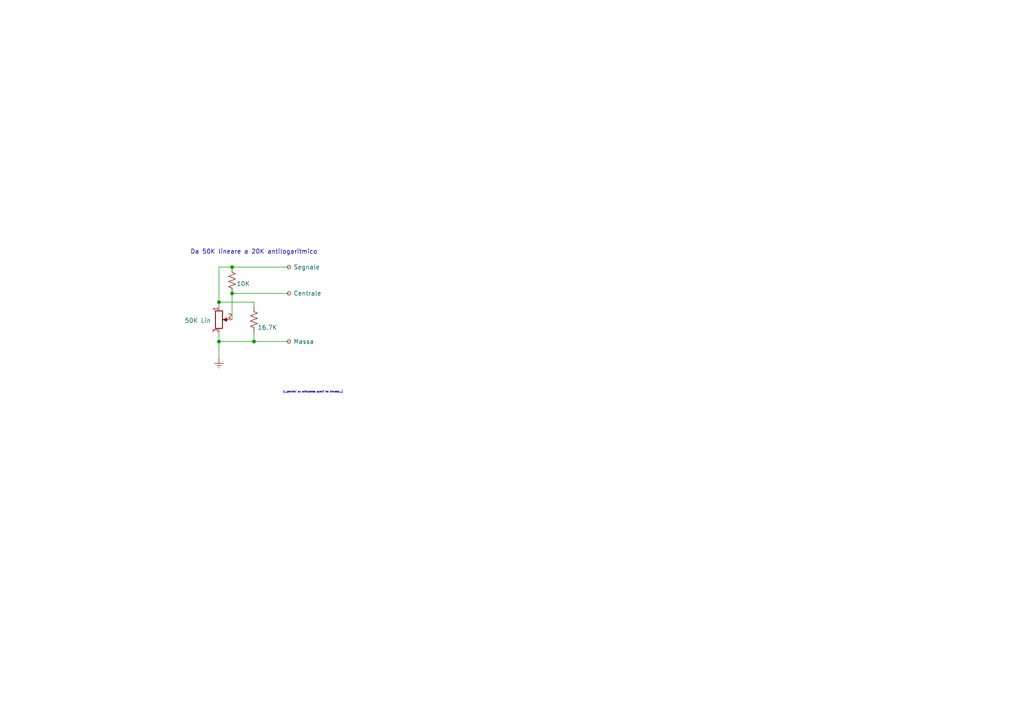
<source format=kicad_sch>
(kicad_sch (version 20250114) (generator "eeschema") (generator_version "9.0")
  (paper "A4")
  (lib_symbols
    (symbol "Connector:TestPoint_Small" (pin_numbers (hide yes)) (pin_names (offset 0.762) (hide yes))
      (property "Reference" "TP" (at 0 3.81 0))
      (property "Value" "TestPoint_Small" (at 0 2.032 0))
      (symbol "TestPoint_Small_0_1"
        (circle (center 0 0) (radius 0.508))
      )
      (symbol "TestPoint_Small_1_1"
        (pin passive line (at 0 0 90) (length 0) (name "1") (number "1"))
      )
    )
    (symbol "Device:R_Potentiometer" (pin_names (offset 1.016) (hide yes))
      (property "Reference" "RV" (at -4.445 0 90))
      (property "Value" "R_Potentiometer" (at -2.54 0 90))
      (symbol "R_Potentiometer_0_1"
        (rectangle (start 1.016 2.54) (end -1.016 -2.54) (stroke (width 0.254)))
        (polyline (pts (xy 1.143 0) (xy 2.286 0.508) (xy 2.286 -0.508) (xy 1.143 0)) (fill (type outline)))
        (polyline (pts (xy 2.54 0) (xy 1.524 0)))
      )
      (symbol "R_Potentiometer_1_1"
        (pin passive line (at 0 3.81 270) (length 1.27) (name "1") (number "1"))
        (pin passive line (at 0 -3.81 90) (length 1.27) (name "3") (number "3"))
        (pin passive line (at 3.81 0 180) (length 1.27) (name "2") (number "2"))
      )
    )
    (symbol "Device:R_US" (pin_numbers (hide yes)) (pin_names (offset 0))
      (property "Reference" "R" (at 2.54 0 90))
      (property "Value" "R_US" (at -2.54 0 90))
      (symbol "R_US_0_1"
        (polyline (pts (xy 0 2.286) (xy 0 2.54)))
        (polyline (pts (xy 0 2.286) (xy 1.016 1.905) (xy 0 1.524) (xy -1.016 1.143) (xy 0 0.762)))
        (polyline (pts (xy 0 0.762) (xy 1.016 0.381) (xy 0 0) (xy -1.016 -0.381) (xy 0 -0.762)))
        (polyline (pts (xy 0 -0.762) (xy 1.016 -1.143) (xy 0 -1.524) (xy -1.016 -1.905) (xy 0 -2.286)))
        (polyline (pts (xy 0 -2.286) (xy 0 -2.54)))
      )
      (symbol "R_US_1_1"
        (pin passive line (at 0 3.81 270) (length 1.27) (name "~") (number "1"))
        (pin passive line (at 0 -3.81 90) (length 1.27) (name "~") (number "2"))
      )
    )
    (symbol "power:GNDREF" (power) (pin_numbers (hide yes)) (pin_names (offset 0) (hide yes))
      (property "Value" "GNDREF" (at 0 -3.81 0))
      (symbol "GNDREF_0_1"
        (polyline (pts (xy -0.635 -1.905) (xy 0.635 -1.905)))
        (polyline (pts (xy -0.127 -2.54) (xy 0.127 -2.54)))
        (polyline (pts (xy 0 -1.27) (xy 0 0)))
        (polyline (pts (xy 1.27 -1.27) (xy -1.27 -1.27)))
      )
      (symbol "GNDREF_1_1"
        (pin power_in line (at 0 0 270) (length 0) (name "~") (number "1"))
      )
    )
  )
  (text "Da 50K lineare a 20K antilogaritmico" (at 73.66 73.152 0) (effects (font (size 1.27 1.27))))
  (text "(...perche' su aliexpress quelli ho trovato...)" (at 82.042 113.792 0) (effects (font (size 0.508 0.508) (italic yes)) (justify left)))
  (junction (at 67.31 85.09))
  (junction (at 63.5 87.63))
  (junction (at 73.66 99.06))
  (junction (at 67.31 77.47))
  (junction (at 63.5 99.06))
  (wire (pts (xy 63.5 77.47) (xy 63.5 87.63)))
  (wire (pts (xy 63.5 96.52) (xy 63.5 99.06)))
  (wire (pts (xy 73.66 99.06) (xy 83.82 99.06)))
  (wire (pts (xy 73.66 88.9) (xy 73.66 87.63)))
  (wire (pts (xy 73.66 87.63) (xy 63.5 87.63)))
  (wire (pts (xy 73.66 99.06) (xy 73.66 96.52)))
  (wire (pts (xy 67.31 85.09) (xy 83.82 85.09)))
  (wire (pts (xy 63.5 104.14) (xy 63.5 99.06)))
  (wire (pts (xy 67.31 85.09) (xy 67.31 92.71)))
  (wire (pts (xy 67.31 77.47) (xy 83.82 77.47)))
  (wire (pts (xy 63.5 99.06) (xy 73.66 99.06)))
  (wire (pts (xy 67.31 77.47) (xy 63.5 77.47)))
  (wire (pts (xy 63.5 87.63) (xy 63.5 88.9)))
  (symbol (lib_id "Device:R_Potentiometer") (at 63.5 92.71 0) (unit 1)
    (property "Reference" "RV1" (effects (hide yes)))
    (property "Value" "50K Lin" (at 61.214 92.964 0) (effects (justify right)))
    (property "Description" "Potentiometer" (effects (hide yes)))
  )
  (symbol (lib_id "Connector:TestPoint_Small") (at 83.82 77.47 0) (unit 1)
    (property "Reference" "Segnale" (at 85.09 77.4699 0) (effects (justify left)))
    (property "Value" "TestPoint_Small" (effects (hide yes)))
    (property "Description" "test point" (effects (hide yes)))
  )
  (symbol (lib_id "Device:R_US") (at 73.66 92.71 0) (unit 1)
    (property "Reference" "R1" (effects (hide yes)))
    (property "Value" "16.7K" (at 74.676 94.996 0) (effects (justify left)))
    (property "Description" "Resistor, US symbol" (effects (hide yes)))
  )
  (symbol (lib_id "Device:R_US") (at 67.31 81.28 0) (unit 1)
    (property "Reference" "R2" (effects (hide yes)))
    (property "Value" "10K" (at 68.58 82.296 0) (effects (justify left)))
    (property "Description" "Resistor, US symbol" (effects (hide yes)))
  )
  (symbol (lib_id "Connector:TestPoint_Small") (at 83.82 85.09 0) (unit 1)
    (property "Reference" "Centrale" (at 85.09 85.0899 0) (effects (justify left)))
    (property "Value" "TestPoint_Small" (effects (hide yes)))
    (property "Description" "test point" (effects (hide yes)))
  )
  (symbol (lib_id "Connector:TestPoint_Small") (at 83.82 99.06 0) (unit 1)
    (property "Reference" "Massa" (at 85.09 99.0599 0) (effects (justify left)))
    (property "Value" "TestPoint_Small" (effects (hide yes)))
    (property "Description" "test point" (effects (hide yes)))
  )
  (symbol (lib_id "power:GNDREF") (at 63.5 104.14 0) (unit 1)
    (property "Reference" "#PWR01" (effects (hide yes)))
    (property "Value" "GNDREF" (effects (hide yes)))
    (property "Description" "Power symbol creates a global label with name \"GNDREF\" , reference supply ground" (effects (hide yes)))
  )
)
</source>
